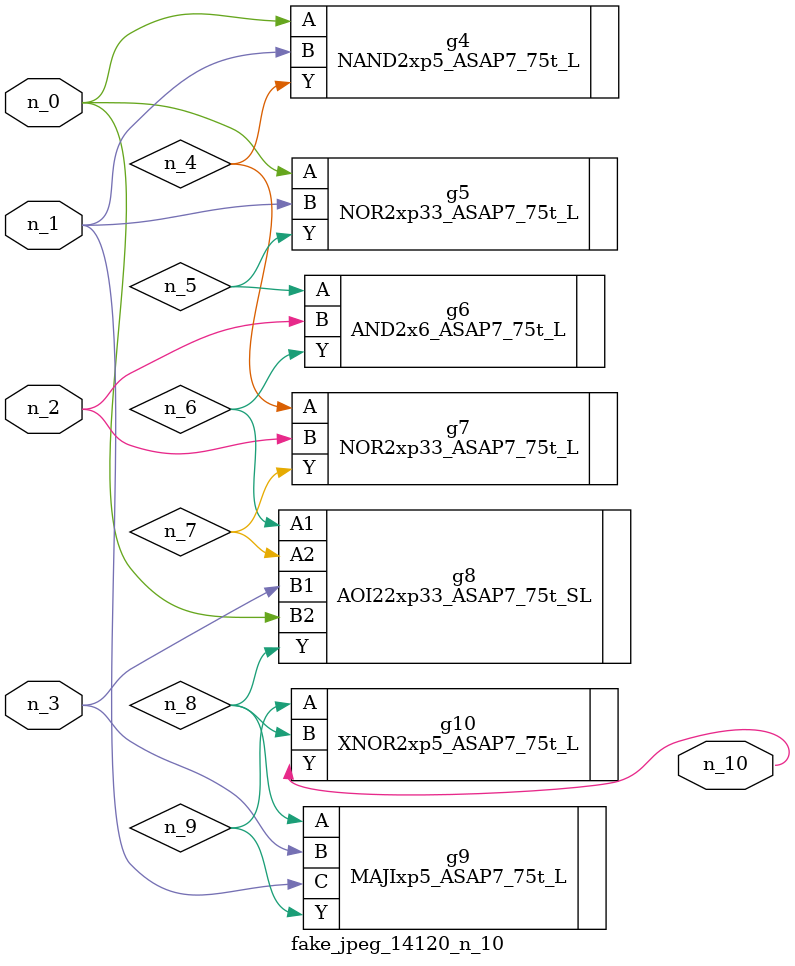
<source format=v>
module fake_jpeg_14120_n_10 (n_0, n_3, n_2, n_1, n_10);

input n_0;
input n_3;
input n_2;
input n_1;

output n_10;

wire n_4;
wire n_8;
wire n_9;
wire n_6;
wire n_5;
wire n_7;

NAND2xp5_ASAP7_75t_L g4 ( 
.A(n_0),
.B(n_1),
.Y(n_4)
);

NOR2xp33_ASAP7_75t_L g5 ( 
.A(n_0),
.B(n_1),
.Y(n_5)
);

AND2x6_ASAP7_75t_L g6 ( 
.A(n_5),
.B(n_2),
.Y(n_6)
);

AOI22xp33_ASAP7_75t_SL g8 ( 
.A1(n_6),
.A2(n_7),
.B1(n_3),
.B2(n_0),
.Y(n_8)
);

NOR2xp33_ASAP7_75t_L g7 ( 
.A(n_4),
.B(n_2),
.Y(n_7)
);

MAJIxp5_ASAP7_75t_L g9 ( 
.A(n_8),
.B(n_3),
.C(n_1),
.Y(n_9)
);

XNOR2xp5_ASAP7_75t_L g10 ( 
.A(n_9),
.B(n_8),
.Y(n_10)
);


endmodule
</source>
